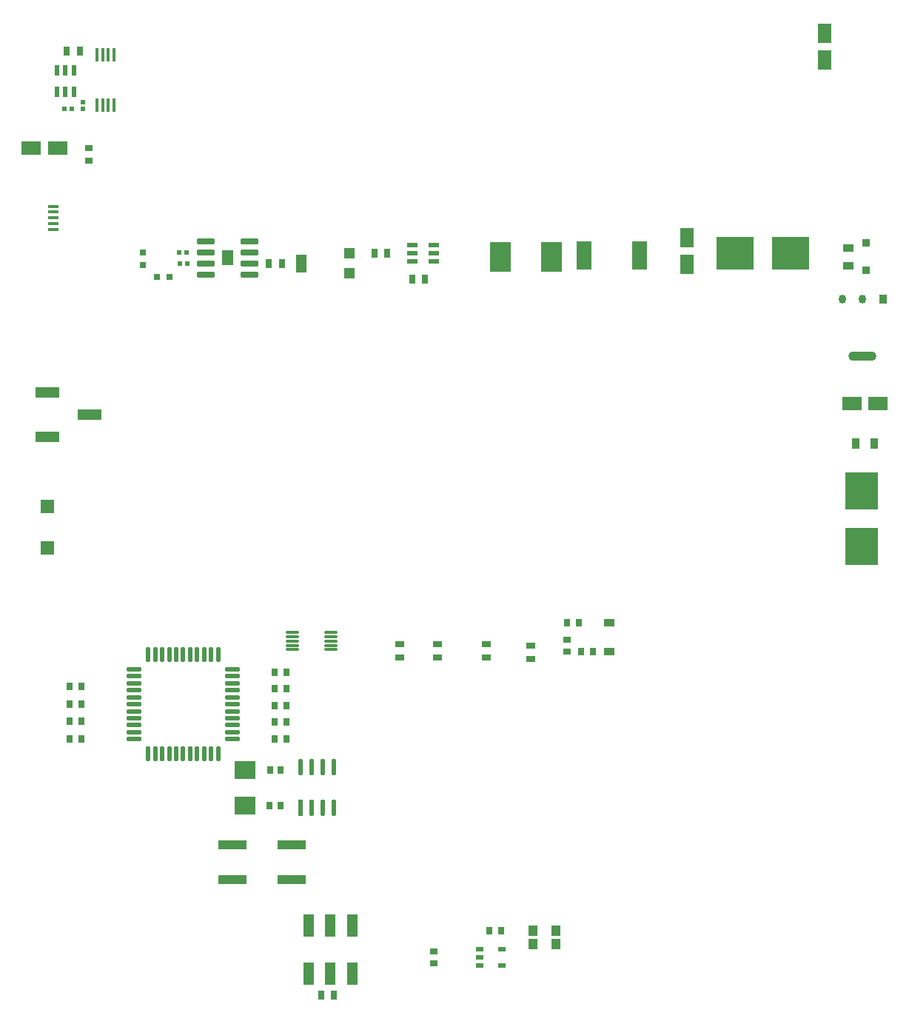
<source format=gtp>
G04*
G04 #@! TF.GenerationSoftware,Altium Limited,Altium Designer,24.7.2 (38)*
G04*
G04 Layer_Color=8421504*
%FSLAX44Y44*%
%MOMM*%
G71*
G04*
G04 #@! TF.SameCoordinates,3EB35486-9304-4E7F-AAB6-153DF52DCD65*
G04*
G04*
G04 #@! TF.FilePolarity,Positive*
G04*
G01*
G75*
%ADD22R,1.5240X1.5240*%
%ADD23R,1.5240X1.5240*%
G04:AMPARAMS|DCode=24|XSize=1.97mm|YSize=0.6mm|CornerRadius=0.075mm|HoleSize=0mm|Usage=FLASHONLY|Rotation=180.000|XOffset=0mm|YOffset=0mm|HoleType=Round|Shape=RoundedRectangle|*
%AMROUNDEDRECTD24*
21,1,1.9700,0.4500,0,0,180.0*
21,1,1.8200,0.6000,0,0,180.0*
1,1,0.1500,-0.9100,0.2250*
1,1,0.1500,0.9100,0.2250*
1,1,0.1500,0.9100,-0.2250*
1,1,0.1500,-0.9100,-0.2250*
%
%ADD24ROUNDEDRECTD24*%
G04:AMPARAMS|DCode=25|XSize=1.56mm|YSize=0.4mm|CornerRadius=0.05mm|HoleSize=0mm|Usage=FLASHONLY|Rotation=90.000|XOffset=0mm|YOffset=0mm|HoleType=Round|Shape=RoundedRectangle|*
%AMROUNDEDRECTD25*
21,1,1.5600,0.3000,0,0,90.0*
21,1,1.4600,0.4000,0,0,90.0*
1,1,0.1000,0.1500,0.7300*
1,1,0.1000,0.1500,-0.7300*
1,1,0.1000,-0.1500,-0.7300*
1,1,0.1000,-0.1500,0.7300*
%
%ADD25ROUNDEDRECTD25*%
%ADD26R,1.2100X0.5900*%
%ADD27R,0.5900X1.2100*%
%ADD28R,2.2000X1.6000*%
%ADD29R,1.6000X2.2000*%
%ADD30R,1.3000X0.4500*%
%ADD31R,1.2200X0.9100*%
%ADD32R,0.6587X0.8121*%
%ADD33R,0.8121X0.6587*%
%ADD34R,3.2000X1.0000*%
G04:AMPARAMS|DCode=35|XSize=1.8741mm|YSize=0.5421mm|CornerRadius=0.2711mm|HoleSize=0mm|Usage=FLASHONLY|Rotation=90.000|XOffset=0mm|YOffset=0mm|HoleType=Round|Shape=RoundedRectangle|*
%AMROUNDEDRECTD35*
21,1,1.8741,0.0000,0,0,90.0*
21,1,1.3319,0.5421,0,0,90.0*
1,1,0.5421,0.0000,0.6660*
1,1,0.5421,0.0000,-0.6660*
1,1,0.5421,0.0000,-0.6660*
1,1,0.5421,0.0000,0.6660*
%
%ADD35ROUNDEDRECTD35*%
%ADD36R,0.5421X1.8741*%
%ADD37R,1.2000X2.5000*%
%ADD38R,0.8000X1.0000*%
%ADD39R,1.0000X0.8000*%
%ADD40R,1.0121X1.2578*%
%ADD41R,2.4000X2.0000*%
%ADD42O,1.7500X0.5500*%
%ADD43O,0.5500X1.7500*%
%ADD44R,2.7900X1.1900*%
%ADD45R,0.9500X0.9000*%
%ADD46R,1.2062X0.9562*%
%ADD47R,0.9562X1.2062*%
%ADD48R,2.4130X3.4290*%
%ADD49R,0.6000X0.5500*%
%ADD50R,0.5200X0.5200*%
%ADD51R,0.8000X0.8000*%
%ADD52R,0.9000X0.7000*%
%ADD53R,0.7500X0.9000*%
G04:AMPARAMS|DCode=54|XSize=0.55mm|YSize=0.8mm|CornerRadius=0.0495mm|HoleSize=0mm|Usage=FLASHONLY|Rotation=90.000|XOffset=0mm|YOffset=0mm|HoleType=Round|Shape=RoundedRectangle|*
%AMROUNDEDRECTD54*
21,1,0.5500,0.7010,0,0,90.0*
21,1,0.4510,0.8000,0,0,90.0*
1,1,0.0990,0.3505,0.2255*
1,1,0.0990,0.3505,-0.2255*
1,1,0.0990,-0.3505,-0.2255*
1,1,0.0990,-0.3505,0.2255*
%
%ADD54ROUNDEDRECTD54*%
%ADD55R,3.8100X4.2400*%
G04:AMPARAMS|DCode=56|XSize=1.45mm|YSize=0.3mm|CornerRadius=0.0495mm|HoleSize=0mm|Usage=FLASHONLY|Rotation=180.000|XOffset=0mm|YOffset=0mm|HoleType=Round|Shape=RoundedRectangle|*
%AMROUNDEDRECTD56*
21,1,1.4500,0.2010,0,0,180.0*
21,1,1.3510,0.3000,0,0,180.0*
1,1,0.0990,-0.6755,0.1005*
1,1,0.0990,0.6755,0.1005*
1,1,0.0990,0.6755,-0.1005*
1,1,0.0990,-0.6755,-0.1005*
%
%ADD56ROUNDEDRECTD56*%
G04:AMPARAMS|DCode=57|XSize=1.0043mm|YSize=3.1821mm|CornerRadius=0.4369mm|HoleSize=0mm|Usage=FLASHONLY|Rotation=270.000|XOffset=0mm|YOffset=0mm|HoleType=Round|Shape=RoundedRectangle|*
%AMROUNDEDRECTD57*
21,1,1.0043,2.3084,0,0,270.0*
21,1,0.1306,3.1821,0,0,270.0*
1,1,0.8737,-1.1542,-0.0653*
1,1,0.8737,-1.1542,0.0653*
1,1,0.8737,1.1542,0.0653*
1,1,0.8737,1.1542,-0.0653*
%
%ADD57ROUNDEDRECTD57*%
G04:AMPARAMS|DCode=58|XSize=1.0043mm|YSize=0.8721mm|CornerRadius=0.4361mm|HoleSize=0mm|Usage=FLASHONLY|Rotation=270.000|XOffset=0mm|YOffset=0mm|HoleType=Round|Shape=RoundedRectangle|*
%AMROUNDEDRECTD58*
21,1,1.0043,0.0000,0,0,270.0*
21,1,0.1322,0.8721,0,0,270.0*
1,1,0.8721,0.0000,-0.0661*
1,1,0.8721,0.0000,0.0661*
1,1,0.8721,0.0000,0.0661*
1,1,0.8721,0.0000,-0.0661*
%
%ADD58ROUNDEDRECTD58*%
%ADD59R,0.8721X1.0043*%
%ADD60R,4.2400X3.8100*%
%ADD61R,1.3000X1.3000*%
%ADD62R,1.3000X2.0000*%
%ADD63R,0.8000X0.8000*%
%ADD64R,1.7200X3.2000*%
G36*
X256440Y897200D02*
X269340D01*
Y880800D01*
X256440D01*
Y897200D01*
D02*
G37*
D22*
X57150Y604520D02*
D03*
D23*
Y557530D02*
D03*
D24*
X287640Y869950D02*
D03*
Y882650D02*
D03*
Y895350D02*
D03*
Y908050D02*
D03*
X238140D02*
D03*
Y895350D02*
D03*
Y882650D02*
D03*
Y869950D02*
D03*
D25*
X113440Y1121000D02*
D03*
X119940D02*
D03*
X126440D02*
D03*
X132940D02*
D03*
Y1063400D02*
D03*
X126440D02*
D03*
X119940D02*
D03*
X113440D02*
D03*
D26*
X498960Y894080D02*
D03*
Y903580D02*
D03*
Y884580D02*
D03*
X473860D02*
D03*
Y894080D02*
D03*
Y903580D02*
D03*
D27*
X86970Y1103480D02*
D03*
X77470D02*
D03*
X67970D02*
D03*
Y1078380D02*
D03*
X86970D02*
D03*
X77470D02*
D03*
D28*
X1006870Y722630D02*
D03*
X976870D02*
D03*
X38340Y1014730D02*
D03*
X68340D02*
D03*
D29*
X788670Y881620D02*
D03*
Y911620D02*
D03*
X946150Y1115300D02*
D03*
Y1145300D02*
D03*
D30*
X63290Y928220D02*
D03*
Y934720D02*
D03*
Y941220D02*
D03*
Y921720D02*
D03*
Y947720D02*
D03*
D31*
X699770Y471690D02*
D03*
Y438990D02*
D03*
D32*
X664627Y471850D02*
D03*
X651093D02*
D03*
X681137Y438830D02*
D03*
X667603D02*
D03*
X330617Y396240D02*
D03*
X317083D02*
D03*
X562610Y119380D02*
D03*
X576144D02*
D03*
X330617Y415290D02*
D03*
X317083D02*
D03*
Y358140D02*
D03*
X330617D02*
D03*
X317083Y377190D02*
D03*
X330617D02*
D03*
X317083Y339090D02*
D03*
X330617D02*
D03*
X96084D02*
D03*
X82550D02*
D03*
X96084Y378883D02*
D03*
X82550D02*
D03*
X96084Y358987D02*
D03*
X82550D02*
D03*
X96084Y398780D02*
D03*
X82550D02*
D03*
D33*
X651510Y439003D02*
D03*
Y452537D02*
D03*
X499110Y82133D02*
D03*
Y95667D02*
D03*
D34*
X336260Y178120D02*
D03*
X268260D02*
D03*
X336260Y218120D02*
D03*
X268260D02*
D03*
D35*
X346710Y306371D02*
D03*
X359410D02*
D03*
X372110D02*
D03*
X384810D02*
D03*
Y260049D02*
D03*
X372110D02*
D03*
X359410D02*
D03*
D36*
X346710D02*
D03*
D37*
X380425Y125752D02*
D03*
Y70752D02*
D03*
X355425D02*
D03*
Y125752D02*
D03*
X405425D02*
D03*
Y70752D02*
D03*
D38*
X369690Y45720D02*
D03*
X384690D02*
D03*
X78860Y1125220D02*
D03*
X93860D02*
D03*
X310000Y882650D02*
D03*
X325000D02*
D03*
X488830Y864870D02*
D03*
X473830D02*
D03*
X445770Y894080D02*
D03*
X430770D02*
D03*
D39*
X459740Y431920D02*
D03*
Y446920D02*
D03*
X502920Y431920D02*
D03*
Y446920D02*
D03*
X558800Y432040D02*
D03*
Y447040D02*
D03*
X609600Y430530D02*
D03*
Y445530D02*
D03*
D40*
X638810Y103988D02*
D03*
Y119532D02*
D03*
X612140Y103988D02*
D03*
Y119532D02*
D03*
D41*
X283210Y302890D02*
D03*
Y262890D02*
D03*
D42*
X155590Y338460D02*
D03*
X155590Y346460D02*
D03*
X155590Y354460D02*
D03*
X155590Y362460D02*
D03*
X155590Y370460D02*
D03*
X155590Y378460D02*
D03*
X155590Y386460D02*
D03*
X155590Y394460D02*
D03*
X155590Y402460D02*
D03*
X155590Y410460D02*
D03*
Y418460D02*
D03*
X268590Y418460D02*
D03*
X268590Y410460D02*
D03*
X268590Y402460D02*
D03*
X268590Y394460D02*
D03*
X268590Y386460D02*
D03*
X268590Y378460D02*
D03*
X268590Y370460D02*
D03*
X268590Y362460D02*
D03*
X268590Y354460D02*
D03*
X268590Y346460D02*
D03*
X268590Y338460D02*
D03*
D43*
X172090Y434960D02*
D03*
X180090D02*
D03*
X188090Y434960D02*
D03*
X196090Y434960D02*
D03*
X204090Y434960D02*
D03*
X212090Y434960D02*
D03*
X220090Y434960D02*
D03*
X228090Y434960D02*
D03*
X236090Y434960D02*
D03*
X244090Y434960D02*
D03*
X252090Y434960D02*
D03*
Y321960D02*
D03*
X244090Y321960D02*
D03*
X236090Y321960D02*
D03*
X228090Y321960D02*
D03*
X220090Y321960D02*
D03*
X212090Y321960D02*
D03*
X204090Y321960D02*
D03*
X196090Y321960D02*
D03*
X188090Y321960D02*
D03*
X180090Y321960D02*
D03*
X172090Y321960D02*
D03*
D44*
X105430Y709930D02*
D03*
X57130Y684530D02*
D03*
Y735330D02*
D03*
D45*
X993140Y874520D02*
D03*
Y906020D02*
D03*
D46*
X972820Y879855D02*
D03*
Y900355D02*
D03*
D47*
X1002120Y676910D02*
D03*
X981620D02*
D03*
D48*
X633730Y890270D02*
D03*
X575310D02*
D03*
D49*
X84700Y1059180D02*
D03*
X76200D02*
D03*
X216780Y882650D02*
D03*
X208280D02*
D03*
X215900Y895350D02*
D03*
X207400D02*
D03*
D50*
X97790Y1066990D02*
D03*
Y1058990D02*
D03*
D51*
X166370Y895350D02*
D03*
Y880350D02*
D03*
D52*
X104140Y1014730D02*
D03*
Y999730D02*
D03*
D53*
X311500Y303530D02*
D03*
X323500D02*
D03*
X311150Y262890D02*
D03*
X323150D02*
D03*
D54*
X551130Y98400D02*
D03*
Y88900D02*
D03*
Y79400D02*
D03*
X576630D02*
D03*
Y98400D02*
D03*
D55*
X988060Y622400D02*
D03*
Y558700D02*
D03*
D56*
X337410Y440850D02*
D03*
Y445850D02*
D03*
Y450850D02*
D03*
Y455850D02*
D03*
Y460850D02*
D03*
X381410D02*
D03*
Y455850D02*
D03*
Y450850D02*
D03*
Y445850D02*
D03*
Y440850D02*
D03*
D57*
X989330Y776110D02*
D03*
D58*
X966430Y842010D02*
D03*
X989330D02*
D03*
D59*
X1012230D02*
D03*
D60*
X906780Y894080D02*
D03*
X843080D02*
D03*
D61*
X402150Y871150D02*
D03*
Y894150D02*
D03*
D62*
X347150Y882650D02*
D03*
D63*
X196730Y867410D02*
D03*
X181730D02*
D03*
D64*
X734360Y891540D02*
D03*
X670260D02*
D03*
M02*

</source>
